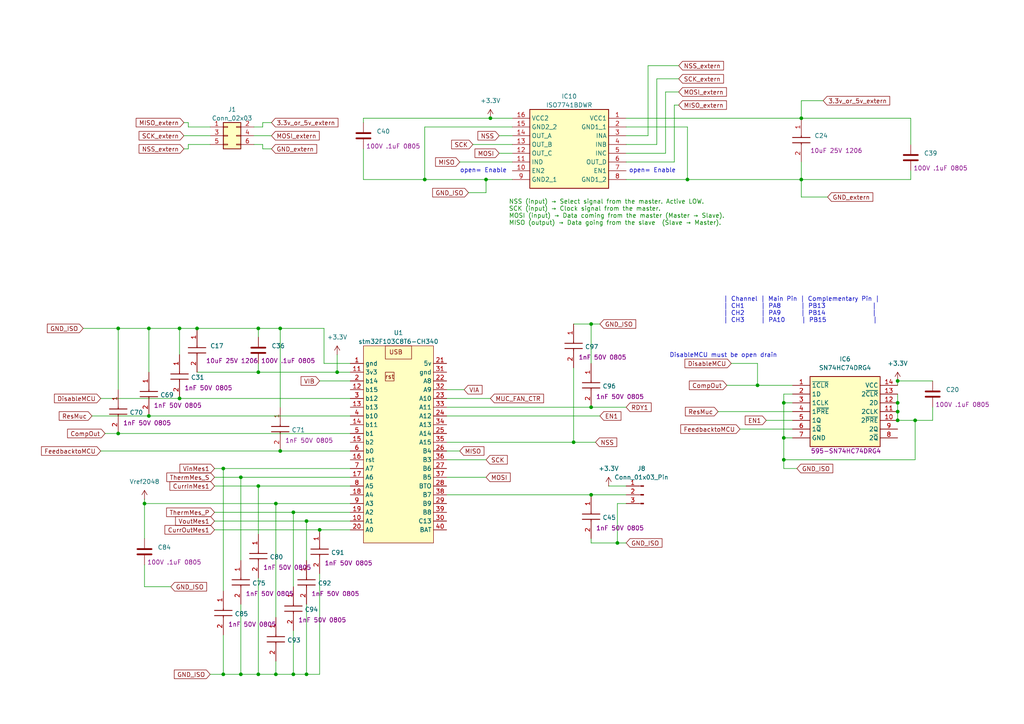
<source format=kicad_sch>
(kicad_sch (version 20250114) (generator "eeschema") (generator_version "9.0")
  (paper "A4")
  (lib_symbols
    (symbol "C0805C102J5GACTU:C0805C102J5GACTU" (pin_names (hide yes))
      (property "Reference" "C" (at 8.89 6.35 0))
      (property "Value" "C0805C102J5GACTU" (at 8.89 3.81 0))
      (symbol "C0805C102J5GACTU_1_1"
        (polyline (pts (xy 5.08 0) (xy 5.588 0)) (stroke (width 0.254)))
        (polyline (pts (xy 5.588 2.54) (xy 5.588 -2.54)) (stroke (width 0.254)))
        (polyline (pts (xy 7.112 2.54) (xy 7.112 -2.54)) (stroke (width 0.254)))
        (polyline (pts (xy 7.112 0) (xy 7.62 0)) (stroke (width 0.254)))
        (pin passive line (at 0 0 0) (length 5.08) (name "1") (number "1"))
        (pin passive line (at 12.7 0 180) (length 5.08) (name "2") (number "2"))
      )
    )
    (symbol "Connector:Conn_01x03_Pin" (pin_names (offset 1.016) (hide yes))
      (property "Reference" "J" (at 0 5.08 0))
      (property "Value" "Conn_01x03_Pin" (at 0 -5.08 0))
      (symbol "Conn_01x03_Pin_1_1"
        (rectangle (start 0.8636 2.667) (end 0 2.413) (stroke (width 0.1524)) (fill (type outline)))
        (rectangle (start 0.8636 0.127) (end 0 -0.127) (stroke (width 0.1524)) (fill (type outline)))
        (rectangle (start 0.8636 -2.413) (end 0 -2.667) (stroke (width 0.1524)) (fill (type outline)))
        (polyline (pts (xy 1.27 2.54) (xy 0.8636 2.54)) (stroke (width 0.1524)))
        (polyline (pts (xy 1.27 0) (xy 0.8636 0)) (stroke (width 0.1524)))
        (polyline (pts (xy 1.27 -2.54) (xy 0.8636 -2.54)) (stroke (width 0.1524)))
        (pin passive line (at 5.08 2.54 180) (length 3.81) (name "Pin_1") (number "1"))
        (pin passive line (at 5.08 0 180) (length 3.81) (name "Pin_2") (number "2"))
        (pin passive line (at 5.08 -2.54 180) (length 3.81) (name "Pin_3") (number "3"))
      )
    )
    (symbol "Connector_Generic:Conn_02x03_Odd_Even" (pin_names (offset 1.016) (hide yes))
      (property "Reference" "J" (at 1.27 5.08 0))
      (property "Value" "Conn_02x03_Odd_Even" (at 1.27 -5.08 0))
      (symbol "Conn_02x03_Odd_Even_1_1"
        (rectangle (start -1.27 3.81) (end 3.81 -3.81) (stroke (width 0.254)) (fill (type background)))
        (rectangle (start -1.27 2.667) (end 0 2.413) (stroke (width 0.1524)))
        (rectangle (start -1.27 0.127) (end 0 -0.127) (stroke (width 0.1524)))
        (rectangle (start -1.27 -2.413) (end 0 -2.667) (stroke (width 0.1524)))
        (rectangle (start 3.81 2.667) (end 2.54 2.413) (stroke (width 0.1524)))
        (rectangle (start 3.81 0.127) (end 2.54 -0.127) (stroke (width 0.1524)))
        (rectangle (start 3.81 -2.413) (end 2.54 -2.667) (stroke (width 0.1524)))
        (pin passive line (at -5.08 2.54 0) (length 3.81) (name "Pin_1") (number "1"))
        (pin passive line (at -5.08 0 0) (length 3.81) (name "Pin_3") (number "3"))
        (pin passive line (at -5.08 -2.54 0) (length 3.81) (name "Pin_5") (number "5"))
        (pin passive line (at 7.62 2.54 180) (length 3.81) (name "Pin_2") (number "2"))
        (pin passive line (at 7.62 0 180) (length 3.81) (name "Pin_4") (number "4"))
        (pin passive line (at 7.62 -2.54 180) (length 3.81) (name "Pin_6") (number "6"))
      )
    )
    (symbol "Device:C" (pin_numbers (hide yes)) (pin_names (offset 0.254))
      (property "Reference" "C" (at 0.635 2.54 0))
      (property "Value" "C" (at 0.635 -2.54 0))
      (symbol "C_0_1"
        (polyline (pts (xy -2.032 0.762) (xy 2.032 0.762)) (stroke (width 0.508)))
        (polyline (pts (xy -2.032 -0.762) (xy 2.032 -0.762)) (stroke (width 0.508)))
      )
      (symbol "C_1_1"
        (pin passive line (at 0 3.81 270) (length 2.794) (name "~") (number "1"))
        (pin passive line (at 0 -3.81 90) (length 2.794) (name "~") (number "2"))
      )
    )
    (symbol "GRM31CR71E106KA12K:GRM31CR71E106KA12K" (pin_names (hide yes))
      (property "Reference" "C" (at 8.89 6.35 0))
      (property "Value" "GRM31CR71E106KA12K" (at 8.89 3.81 0))
      (symbol "GRM31CR71E106KA12K_1_1"
        (polyline (pts (xy 5.08 0) (xy 5.588 0)) (stroke (width 0.254)))
        (polyline (pts (xy 5.588 2.54) (xy 5.588 -2.54)) (stroke (width 0.254)))
        (polyline (pts (xy 7.112 2.54) (xy 7.112 -2.54)) (stroke (width 0.254)))
        (polyline (pts (xy 7.112 0) (xy 7.62 0)) (stroke (width 0.254)))
        (pin passive line (at 0 0 0) (length 5.08) (name "1") (number "1"))
        (pin passive line (at 12.7 0 180) (length 5.08) (name "2") (number "2"))
      )
    )
    (symbol "ISO7741BDWR:ISO7741BDWR"
      (property "Reference" "IC" (at 29.21 7.62 0))
      (property "Value" "ISO7741BDWR" (at 29.21 5.08 0))
      (symbol "ISO7741BDWR_1_1"
        (rectangle (start 5.08 2.54) (end 27.94 -20.32) (stroke (width 0.254)) (fill (type background)))
        (pin passive line (at 0 0 0) (length 5.08) (name "VCC1") (number "1"))
        (pin passive line (at 0 -2.54 0) (length 5.08) (name "GND1_1") (number "2"))
        (pin passive line (at 0 -5.08 0) (length 5.08) (name "INA") (number "3"))
        (pin passive line (at 0 -7.62 0) (length 5.08) (name "INB") (number "4"))
        (pin passive line (at 0 -10.16 0) (length 5.08) (name "INC") (number "5"))
        (pin passive line (at 0 -12.7 0) (length 5.08) (name "OUT_D") (number "6"))
        (pin passive line (at 0 -15.24 0) (length 5.08) (name "EN1") (number "7"))
        (pin passive line (at 0 -17.78 0) (length 5.08) (name "GND1_2") (number "8"))
        (pin passive line (at 33.02 0 180) (length 5.08) (name "VCC2") (number "16"))
        (pin passive line (at 33.02 -2.54 180) (length 5.08) (name "GND2_2") (number "15"))
        (pin passive line (at 33.02 -5.08 180) (length 5.08) (name "OUT_A") (number "14"))
        (pin passive line (at 33.02 -7.62 180) (length 5.08) (name "OUT_B") (number "13"))
        (pin passive line (at 33.02 -10.16 180) (length 5.08) (name "OUT_C") (number "12"))
        (pin passive line (at 33.02 -12.7 180) (length 5.08) (name "IND") (number "11"))
        (pin passive line (at 33.02 -15.24 180) (length 5.08) (name "EN2") (number "10"))
        (pin passive line (at 33.02 -17.78 180) (length 5.08) (name "GND2_1") (number "9"))
      )
    )
    (symbol "New_Library:SMT32F1-MINI"
      (property "Reference" "U" (at 0 0 0))
      (symbol "SMT32F1-MINI_1_1"
        (rectangle (start -10.16 -3.81) (end 10.16 -60.96) (fill (type background)))
        (rectangle (start -3.81 -3.81) (end 3.81 -7.62))
        (rectangle (start -3.81 -11.43) (end -1.27 -13.97))
        (text "rst\n" (at -2.54 -12.7 0) (effects (font (size 1.27 1.27))))
        (text "USB\n" (at -0.762 -5.588 0) (effects (font (size 1.27 1.27))))
        (pin input line (at -13.97 -8.89 0) (length 3.81) (name "gnd") (number "1"))
        (pin input line (at -13.97 -11.43 0) (length 3.81) (name "3v3") (number "11"))
        (pin input line (at -13.97 -13.97 0) (length 3.81) (name "b14") (number "2"))
        (pin input line (at -13.97 -16.51 0) (length 3.81) (name "b15") (number "12"))
        (pin input line (at -13.97 -19.05 0) (length 3.81) (name "b12") (number "3"))
        (pin input line (at -13.97 -21.59 0) (length 3.81) (name "b13") (number "13"))
        (pin input line (at -13.97 -24.13 0) (length 3.81) (name "b10") (number "4"))
        (pin input line (at -13.97 -26.67 0) (length 3.81) (name "b11") (number "14"))
        (pin input line (at -13.97 -29.21 0) (length 3.81) (name "b1") (number "5"))
        (pin input line (at -13.97 -31.75 0) (length 3.81) (name "b2") (number "15"))
        (pin input line (at -13.97 -34.29 0) (length 3.81) (name "b0") (number "6"))
        (pin input line (at -13.97 -36.83 0) (length 3.81) (name "rst") (number "16"))
        (pin input line (at -13.97 -39.37 0) (length 3.81) (name "A7") (number "7"))
        (pin input line (at -13.97 -41.91 0) (length 3.81) (name "A6") (number "17"))
        (pin input line (at -13.97 -44.45 0) (length 3.81) (name "A5") (number "8"))
        (pin input line (at -13.97 -46.99 0) (length 3.81) (name "A4") (number "18"))
        (pin input line (at -13.97 -49.53 0) (length 3.81) (name "A3") (number "9"))
        (pin input line (at -13.97 -52.07 0) (length 3.81) (name "A2") (number "19"))
        (pin input line (at -13.97 -54.61 0) (length 3.81) (name "A1") (number "10"))
        (pin input line (at -13.97 -57.15 0) (length 3.81) (name "A0") (number "20"))
        (pin input line (at 13.97 -8.89 180) (length 3.81) (name "5v") (number "21"))
        (pin input line (at 13.97 -11.43 180) (length 3.81) (name "gnd") (number "31"))
        (pin input line (at 13.97 -13.97 180) (length 3.81) (name "A8") (number "22"))
        (pin input line (at 13.97 -16.51 180) (length 3.81) (name "A9") (number "32"))
        (pin input line (at 13.97 -19.05 180) (length 3.81) (name "A10") (number "23"))
        (pin input line (at 13.97 -21.59 180) (length 3.81) (name "A11") (number "33"))
        (pin input line (at 13.97 -24.13 180) (length 3.81) (name "A12") (number "24"))
        (pin input line (at 13.97 -26.67 180) (length 3.81) (name "A13") (number "34"))
        (pin input line (at 13.97 -29.21 180) (length 3.81) (name "A14") (number "25"))
        (pin input line (at 13.97 -31.75 180) (length 3.81) (name "A15") (number "35"))
        (pin input line (at 13.97 -34.29 180) (length 3.81) (name "B4") (number "26"))
        (pin input line (at 13.97 -36.83 180) (length 3.81) (name "B3") (number "36"))
        (pin input line (at 13.97 -39.37 180) (length 3.81) (name "B6") (number "27"))
        (pin input line (at 13.97 -41.91 180) (length 3.81) (name "B5") (number "37"))
        (pin input line (at 13.97 -44.45 180) (length 3.81) (name "BTO") (number "28"))
        (pin input line (at 13.97 -46.99 180) (length 3.81) (name "B7") (number "38"))
        (pin input line (at 13.97 -49.53 180) (length 3.81) (name "B9") (number "29"))
        (pin input line (at 13.97 -52.07 180) (length 3.81) (name "B8") (number "39"))
        (pin input line (at 13.97 -54.61 180) (length 3.81) (name "C13") (number "30"))
        (pin input line (at 13.97 -57.15 180) (length 3.81) (name "BAT") (number "40"))
      )
    )
    (symbol "SN74HC74DRG4:SN74HC74DRG4"
      (property "Reference" "IC" (at 26.67 7.62 0))
      (property "Value" "SN74HC74DRG4" (at 26.67 5.08 0))
      (symbol "SN74HC74DRG4_1_1"
        (rectangle (start 5.08 2.54) (end 25.4 -17.78) (stroke (width 0.254)) (fill (type background)))
        (pin passive line (at 0 0 0) (length 5.08) (name "~{1CLR}") (number "1"))
        (pin passive line (at 0 -2.54 0) (length 5.08) (name "1D") (number "2"))
        (pin passive line (at 0 -5.08 0) (length 5.08) (name "1CLK") (number "3"))
        (pin passive line (at 0 -7.62 0) (length 5.08) (name "1~{PRE}") (number "4"))
        (pin passive line (at 0 -10.16 0) (length 5.08) (name "1Q") (number "5"))
        (pin passive line (at 0 -12.7 0) (length 5.08) (name "1~{Q}") (number "6"))
        (pin passive line (at 0 -15.24 0) (length 5.08) (name "GND") (number "7"))
        (pin passive line (at 30.48 0 180) (length 5.08) (name "VCC") (number "14"))
        (pin passive line (at 30.48 -2.54 180) (length 5.08) (name "2~{CLR}") (number "13"))
        (pin passive line (at 30.48 -5.08 180) (length 5.08) (name "2D") (number "12"))
        (pin passive line (at 30.48 -7.62 180) (length 5.08) (name "2CLK") (number "11"))
        (pin passive line (at 30.48 -10.16 180) (length 5.08) (name "2~{PRE}") (number "10"))
        (pin passive line (at 30.48 -12.7 180) (length 5.08) (name "2Q") (number "9"))
        (pin passive line (at 30.48 -15.24 180) (length 5.08) (name "2~{Q}") (number "8"))
      )
    )
    (symbol "power:+3V0" (power) (pin_numbers (hide yes)) (pin_names (offset 0) (hide yes))
      (property "Value" "+3V0" (at 0 3.556 0))
      (symbol "+3V0_0_1"
        (polyline (pts (xy -0.762 1.27) (xy 0 2.54)))
        (polyline (pts (xy 0 2.54) (xy 0.762 1.27)))
        (polyline (pts (xy 0 0) (xy 0 2.54)))
      )
      (symbol "+3V0_1_1"
        (pin power_in line (at 0 0 90) (length 0) (name "~") (number "1"))
      )
    )
    (symbol "power:+5V" (power) (pin_numbers (hide yes)) (pin_names (offset 0) (hide yes))
      (property "Value" "+5V" (at 0 3.556 0))
      (symbol "+5V_0_1"
        (polyline (pts (xy -0.762 1.27) (xy 0 2.54)))
        (polyline (pts (xy 0 2.54) (xy 0.762 1.27)))
        (polyline (pts (xy 0 0) (xy 0 2.54)))
      )
      (symbol "+5V_1_1"
        (pin power_in line (at 0 0 90) (length 0) (name "~") (number "1"))
      )
    )
  )
  (text "DisableMCU must be open drain\n" (at 209.804 103.124 0) (effects (font (size 1.27 1.27))))
  (text "| Channel | Main Pin | Complementary Pin |\n| CH1     | PA8      | PB13              |\n| CH2     | PA9      | PB14              |\n| CH3     | PA10     | PB15              |" (at 209.804 89.916 0) (effects (font (size 1.27 1.27)) (justify left)))
  (text "open= Enable\n" (at 189.23 49.53 0) (effects (font (size 1.27 1.27))))
  (text "open= Enable\n" (at 140.208 49.53 0) (effects (font (size 1.27 1.27))))
  (text "NSS (input) → Select signal from the master. Active LOW. \nSCK (input) → Clock signal from the master. \nMOSI (input) → Data coming from the master (Master → Slave).\nMISO (output) → Data going from the slave  (Slave → Master)." (at 147.574 61.722 0) (effects (font (size 1.27 1.27)) (justify left)))
  (junction (at 227.33 127))
  (junction (at 74.93 95.25))
  (junction (at 227.33 116.84))
  (junction (at 34.29 125.73))
  (junction (at 52.07 115.57))
  (junction (at 92.71 153.67))
  (junction (at 41.91 146.05))
  (junction (at 171.45 118.11))
  (junction (at 142.24 34.29))
  (junction (at 85.09 195.58))
  (junction (at 140.97 52.07))
  (junction (at 265.43 121.92))
  (junction (at 81.28 130.81))
  (junction (at 74.93 107.95))
  (junction (at 88.9 195.58))
  (junction (at 232.41 52.07))
  (junction (at 74.93 195.58))
  (junction (at 85.09 148.59))
  (junction (at 219.71 111.76))
  (junction (at 34.29 95.25))
  (junction (at 64.77 195.58))
  (junction (at 88.9 151.13))
  (junction (at 81.28 95.25))
  (junction (at 123.19 52.07))
  (junction (at 43.18 95.25))
  (junction (at 260.35 119.38))
  (junction (at 260.35 110.49))
  (junction (at 69.85 138.43))
  (junction (at 166.37 128.27))
  (junction (at 171.45 143.51))
  (junction (at 80.01 195.58))
  (junction (at 74.93 140.97))
  (junction (at 97.79 107.95))
  (junction (at 52.07 95.25))
  (junction (at 43.18 120.65))
  (junction (at 260.35 121.92))
  (junction (at 260.35 116.84))
  (junction (at 57.15 95.25))
  (junction (at 199.39 52.07))
  (junction (at 64.77 135.89))
  (junction (at 171.45 93.98))
  (junction (at 232.41 34.29))
  (junction (at 227.33 133.35))
  (junction (at 69.85 195.58))
  (junction (at 80.01 146.05))
  (junction (at 179.07 157.48))
  (wire (pts (xy 54.61 43.18) (xy 54.61 41.91)))
  (wire (pts (xy 260.35 116.84) (xy 260.35 119.38)))
  (wire (pts (xy 187.96 19.05) (xy 187.96 39.37)))
  (wire (pts (xy 129.54 118.11) (xy 171.45 118.11)))
  (wire (pts (xy 53.34 35.56) (xy 54.61 35.56)))
  (wire (pts (xy 24.13 95.25) (xy 34.29 95.25)))
  (wire (pts (xy 129.54 133.35) (xy 140.97 133.35)))
  (wire (pts (xy 173.99 93.98) (xy 171.45 93.98)))
  (wire (pts (xy 140.97 52.07) (xy 148.59 52.07)))
  (wire (pts (xy 227.33 133.35) (xy 265.43 133.35)))
  (wire (pts (xy 171.45 156.21) (xy 171.45 157.48)))
  (wire (pts (xy 92.71 153.67) (xy 101.6 153.67)))
  (wire (pts (xy 74.93 195.58) (xy 80.01 195.58)))
  (wire (pts (xy 232.41 34.29) (xy 181.61 34.29)))
  (wire (pts (xy 171.45 143.51) (xy 181.61 143.51)))
  (wire (pts (xy 52.07 95.25) (xy 57.15 95.25)))
  (wire (pts (xy 53.34 39.37) (xy 60.96 39.37)))
  (wire (pts (xy 232.41 52.07) (xy 199.39 52.07)))
  (wire (pts (xy 57.15 107.95) (xy 74.93 107.95)))
  (wire (pts (xy 97.79 107.95) (xy 101.6 107.95)))
  (wire (pts (xy 264.16 34.29) (xy 264.16 41.91)))
  (wire (pts (xy 196.85 26.67) (xy 193.04 26.67)))
  (wire (pts (xy 60.96 195.58) (xy 64.77 195.58)))
  (wire (pts (xy 64.77 195.58) (xy 69.85 195.58)))
  (wire (pts (xy 41.91 170.18) (xy 41.91 163.83)))
  (wire (pts (xy 129.54 128.27) (xy 166.37 128.27)))
  (wire (pts (xy 74.93 95.25) (xy 81.28 95.25)))
  (wire (pts (xy 260.35 110.49) (xy 270.51 110.49)))
  (wire (pts (xy 187.96 39.37) (xy 181.61 39.37)))
  (wire (pts (xy 93.98 105.41) (xy 101.6 105.41)))
  (wire (pts (xy 93.98 105.41) (xy 93.98 95.25)))
  (wire (pts (xy 69.85 195.58) (xy 74.93 195.58)))
  (wire (pts (xy 129.54 138.43) (xy 140.97 138.43)))
  (wire (pts (xy 54.61 35.56) (xy 54.61 36.83)))
  (wire (pts (xy 88.9 195.58) (xy 92.71 195.58)))
  (wire (pts (xy 196.85 22.86) (xy 190.5 22.86)))
  (wire (pts (xy 92.71 166.37) (xy 92.71 195.58)))
  (wire (pts (xy 196.85 30.48) (xy 195.58 30.48)))
  (wire (pts (xy 179.07 157.48) (xy 181.61 157.48)))
  (wire (pts (xy 264.16 49.53) (xy 264.16 52.07)))
  (wire (pts (xy 227.33 135.89) (xy 227.33 133.35)))
  (wire (pts (xy 227.33 114.3) (xy 229.87 114.3)))
  (wire (pts (xy 171.45 118.11) (xy 181.61 118.11)))
  (wire (pts (xy 105.41 34.29) (xy 105.41 35.56)))
  (wire (pts (xy 64.77 135.89) (xy 64.77 171.45)))
  (wire (pts (xy 199.39 52.07) (xy 181.61 52.07)))
  (wire (pts (xy 52.07 115.57) (xy 101.6 115.57)))
  (wire (pts (xy 88.9 175.26) (xy 88.9 195.58)))
  (wire (pts (xy 148.59 34.29) (xy 142.24 34.29)))
  (wire (pts (xy 78.74 43.18) (xy 76.2 43.18)))
  (wire (pts (xy 227.33 116.84) (xy 229.87 116.84)))
  (wire (pts (xy 227.33 133.35) (xy 227.33 127)))
  (wire (pts (xy 34.29 125.73) (xy 101.6 125.73)))
  (wire (pts (xy 57.15 95.25) (xy 74.93 95.25)))
  (wire (pts (xy 34.29 95.25) (xy 43.18 95.25)))
  (wire (pts (xy 80.01 195.58) (xy 85.09 195.58)))
  (wire (pts (xy 30.48 125.73) (xy 34.29 125.73)))
  (wire (pts (xy 260.35 110.49) (xy 260.35 111.76)))
  (wire (pts (xy 62.23 140.97) (xy 74.93 140.97)))
  (wire (pts (xy 64.77 135.89) (xy 101.6 135.89)))
  (wire (pts (xy 43.18 120.65) (xy 101.6 120.65)))
  (wire (pts (xy 270.51 118.11) (xy 270.51 121.92)))
  (wire (pts (xy 148.59 39.37) (xy 144.78 39.37)))
  (wire (pts (xy 74.93 140.97) (xy 101.6 140.97)))
  (wire (pts (xy 265.43 121.92) (xy 265.43 133.35)))
  (wire (pts (xy 52.07 95.25) (xy 52.07 102.87)))
  (wire (pts (xy 43.18 95.25) (xy 52.07 95.25)))
  (wire (pts (xy 231.14 135.89) (xy 227.33 135.89)))
  (wire (pts (xy 171.45 93.98) (xy 171.45 105.41)))
  (wire (pts (xy 219.71 111.76) (xy 229.87 111.76)))
  (wire (pts (xy 74.93 107.95) (xy 74.93 105.41)))
  (wire (pts (xy 264.16 52.07) (xy 232.41 52.07)))
  (wire (pts (xy 148.59 36.83) (xy 123.19 36.83)))
  (wire (pts (xy 232.41 46.99) (xy 232.41 52.07)))
  (wire (pts (xy 129.54 130.81) (xy 133.35 130.81)))
  (wire (pts (xy 53.34 43.18) (xy 54.61 43.18)))
  (wire (pts (xy 64.77 195.58) (xy 64.77 184.15)))
  (wire (pts (xy 238.76 29.21) (xy 232.41 29.21)))
  (wire (pts (xy 190.5 22.86) (xy 190.5 41.91)))
  (wire (pts (xy 210.82 111.76) (xy 219.71 111.76)))
  (wire (pts (xy 270.51 121.92) (xy 265.43 121.92)))
  (wire (pts (xy 29.21 130.81) (xy 81.28 130.81)))
  (wire (pts (xy 85.09 148.59) (xy 101.6 148.59)))
  (wire (pts (xy 74.93 167.64) (xy 74.93 195.58)))
  (wire (pts (xy 229.87 119.38) (xy 208.28 119.38)))
  (wire (pts (xy 123.19 52.07) (xy 140.97 52.07)))
  (wire (pts (xy 232.41 57.15) (xy 240.03 57.15)))
  (wire (pts (xy 148.59 44.45) (xy 144.78 44.45)))
  (wire (pts (xy 41.91 146.05) (xy 41.91 144.78)))
  (wire (pts (xy 105.41 52.07) (xy 123.19 52.07)))
  (wire (pts (xy 129.54 143.51) (xy 171.45 143.51)))
  (wire (pts (xy 219.71 105.41) (xy 219.71 111.76)))
  (wire (pts (xy 166.37 128.27) (xy 172.72 128.27)))
  (wire (pts (xy 171.45 157.48) (xy 179.07 157.48)))
  (wire (pts (xy 78.74 35.56) (xy 76.2 35.56)))
  (wire (pts (xy 135.89 55.88) (xy 140.97 55.88)))
  (wire (pts (xy 69.85 138.43) (xy 69.85 162.56)))
  (wire (pts (xy 85.09 148.59) (xy 85.09 170.18)))
  (wire (pts (xy 212.09 105.41) (xy 219.71 105.41)))
  (wire (pts (xy 260.35 119.38) (xy 260.35 121.92)))
  (wire (pts (xy 74.93 140.97) (xy 74.93 154.94)))
  (wire (pts (xy 166.37 106.68) (xy 166.37 128.27)))
  (wire (pts (xy 73.66 36.83) (xy 76.2 36.83)))
  (wire (pts (xy 260.35 121.92) (xy 265.43 121.92)))
  (wire (pts (xy 74.93 107.95) (xy 97.79 107.95)))
  (wire (pts (xy 81.28 95.25) (xy 81.28 118.11)))
  (wire (pts (xy 227.33 127) (xy 227.33 116.84)))
  (wire (pts (xy 62.23 135.89) (xy 64.77 135.89)))
  (wire (pts (xy 181.61 36.83) (xy 199.39 36.83)))
  (wire (pts (xy 181.61 146.05) (xy 179.07 146.05)))
  (wire (pts (xy 148.59 46.99) (xy 133.35 46.99)))
  (wire (pts (xy 43.18 95.25) (xy 43.18 107.95)))
  (wire (pts (xy 62.23 153.67) (xy 92.71 153.67)))
  (wire (pts (xy 80.01 146.05) (xy 101.6 146.05)))
  (wire (pts (xy 62.23 148.59) (xy 85.09 148.59)))
  (wire (pts (xy 41.91 146.05) (xy 41.91 156.21)))
  (wire (pts (xy 81.28 130.81) (xy 101.6 130.81)))
  (wire (pts (xy 232.41 52.07) (xy 232.41 57.15)))
  (wire (pts (xy 62.23 138.43) (xy 69.85 138.43)))
  (wire (pts (xy 41.91 146.05) (xy 80.01 146.05)))
  (wire (pts (xy 214.63 124.46) (xy 229.87 124.46)))
  (wire (pts (xy 49.53 170.18) (xy 41.91 170.18)))
  (wire (pts (xy 129.54 120.65) (xy 173.99 120.65)))
  (wire (pts (xy 193.04 26.67) (xy 193.04 44.45)))
  (wire (pts (xy 80.01 146.05) (xy 80.01 179.07)))
  (wire (pts (xy 97.79 102.87) (xy 97.79 107.95)))
  (wire (pts (xy 142.24 34.29) (xy 105.41 34.29)))
  (wire (pts (xy 62.23 151.13) (xy 88.9 151.13)))
  (wire (pts (xy 81.28 95.25) (xy 93.98 95.25)))
  (wire (pts (xy 199.39 36.83) (xy 199.39 52.07)))
  (wire (pts (xy 227.33 116.84) (xy 227.33 114.3)))
  (wire (pts (xy 179.07 146.05) (xy 179.07 157.48)))
  (wire (pts (xy 232.41 29.21) (xy 232.41 34.29)))
  (wire (pts (xy 85.09 195.58) (xy 88.9 195.58)))
  (wire (pts (xy 69.85 175.26) (xy 69.85 195.58)))
  (wire (pts (xy 195.58 46.99) (xy 181.61 46.99)))
  (wire (pts (xy 129.54 115.57) (xy 142.24 115.57)))
  (wire (pts (xy 74.93 95.25) (xy 74.93 97.79)))
  (wire (pts (xy 229.87 127) (xy 227.33 127)))
  (wire (pts (xy 260.35 114.3) (xy 260.35 116.84)))
  (wire (pts (xy 190.5 41.91) (xy 181.61 41.91)))
  (wire (pts (xy 105.41 43.18) (xy 105.41 52.07)))
  (wire (pts (xy 123.19 36.83) (xy 123.19 52.07)))
  (wire (pts (xy 80.01 191.77) (xy 80.01 195.58)))
  (wire (pts (xy 73.66 41.91) (xy 76.2 41.91)))
  (wire (pts (xy 193.04 44.45) (xy 181.61 44.45)))
  (wire (pts (xy 88.9 151.13) (xy 88.9 162.56)))
  (wire (pts (xy 54.61 41.91) (xy 60.96 41.91)))
  (wire (pts (xy 69.85 138.43) (xy 101.6 138.43)))
  (wire (pts (xy 196.85 19.05) (xy 187.96 19.05)))
  (wire (pts (xy 129.54 113.03) (xy 134.62 113.03)))
  (wire (pts (xy 26.67 120.65) (xy 43.18 120.65)))
  (wire (pts (xy 264.16 34.29) (xy 232.41 34.29)))
  (wire (pts (xy 148.59 41.91) (xy 137.16 41.91)))
  (wire (pts (xy 76.2 35.56) (xy 76.2 36.83)))
  (wire (pts (xy 222.25 121.92) (xy 229.87 121.92)))
  (wire (pts (xy 92.71 110.49) (xy 101.6 110.49)))
  (wire (pts (xy 166.37 93.98) (xy 171.45 93.98)))
  (wire (pts (xy 140.97 55.88) (xy 140.97 52.07)))
  (wire (pts (xy 88.9 151.13) (xy 101.6 151.13)))
  (wire (pts (xy 85.09 182.88) (xy 85.09 195.58)))
  (wire (pts (xy 73.66 39.37) (xy 78.74 39.37)))
  (wire (pts (xy 76.2 43.18) (xy 76.2 41.91)))
  (wire (pts (xy 54.61 36.83) (xy 60.96 36.83)))
  (wire (pts (xy 34.29 95.25) (xy 34.29 113.03)))
  (wire (pts (xy 195.58 30.48) (xy 195.58 46.99)))
  (wire (pts (xy 176.53 140.97) (xy 181.61 140.97)))
  (wire (pts (xy 29.21 115.57) (xy 52.07 115.57)))
  (global_label "MOSI_extern" (shape input) (at 78.74 39.37 0) (property "Intersheetrefs" "${INTERSHEET_REFS}" (effects (hide yes))))
  (global_label "EN1" (shape input) (at 222.25 121.92 180) (property "Intersheetrefs" "${INTERSHEET_REFS}" (effects (hide yes))))
  (global_label "GND_ISO" (shape input) (at 181.61 157.48 0) (property "Intersheetrefs" "${INTERSHEET_REFS}" (effects (hide yes))))
  (global_label "GND_ISO" (shape input) (at 49.53 170.18 0) (property "Intersheetrefs" "${INTERSHEET_REFS}" (effects (hide yes))))
  (global_label "MOSI" (shape input) (at 140.97 138.43 0) (property "Intersheetrefs" "${INTERSHEET_REFS}" (effects (hide yes))))
  (global_label "GND_extern" (shape input) (at 78.74 43.18 0) (property "Intersheetrefs" "${INTERSHEET_REFS}" (effects (hide yes))))
  (global_label "ResMuc" (shape input) (at 208.28 119.38 180) (property "Intersheetrefs" "${INTERSHEET_REFS}" (effects (hide yes))))
  (global_label "VinMes1" (shape input) (at 62.23 135.89 180) (property "Intersheetrefs" "${INTERSHEET_REFS}" (effects (hide yes))))
  (global_label "GND_ISO" (shape input) (at 173.99 93.98 0) (property "Intersheetrefs" "${INTERSHEET_REFS}" (effects (hide yes))))
  (global_label "CurrInMes1" (shape input) (at 62.23 140.97 180) (property "Intersheetrefs" "${INTERSHEET_REFS}" (effects (hide yes))))
  (global_label "SCK" (shape input) (at 140.97 133.35 0) (property "Intersheetrefs" "${INTERSHEET_REFS}" (effects (hide yes))))
  (global_label "SCK_extern" (shape input) (at 196.85 22.86 0) (property "Intersheetrefs" "${INTERSHEET_REFS}" (effects (hide yes))))
  (global_label "RDY1" (shape input) (at 181.61 118.11 0) (property "Intersheetrefs" "${INTERSHEET_REFS}" (effects (hide yes))))
  (global_label "SCK" (shape input) (at 137.16 41.91 180) (property "Intersheetrefs" "${INTERSHEET_REFS}" (effects (hide yes))))
  (global_label "NSS_extern" (shape input) (at 53.34 43.18 180) (property "Intersheetrefs" "${INTERSHEET_REFS}" (effects (hide yes))))
  (global_label "FeedbacktoMCU" (shape input) (at 214.63 124.46 180) (property "Intersheetrefs" "${INTERSHEET_REFS}" (effects (hide yes))))
  (global_label "DisableMCU" (shape input) (at 212.09 105.41 180) (property "Intersheetrefs" "${INTERSHEET_REFS}" (effects (hide yes))))
  (global_label "NSS" (shape input) (at 172.72 128.27 0) (property "Intersheetrefs" "${INTERSHEET_REFS}" (effects (hide yes))))
  (global_label "MISO" (shape input) (at 133.35 130.81 0) (property "Intersheetrefs" "${INTERSHEET_REFS}" (effects (hide yes))))
  (global_label "MOSI" (shape input) (at 144.78 44.45 180) (property "Intersheetrefs" "${INTERSHEET_REFS}" (effects (hide yes))))
  (global_label "ResMuc" (shape input) (at 26.67 120.65 180) (property "Intersheetrefs" "${INTERSHEET_REFS}" (effects (hide yes))))
  (global_label "ThermMes_P" (shape input) (at 62.23 148.59 180) (property "Intersheetrefs" "${INTERSHEET_REFS}" (effects (hide yes))))
  (global_label "NSS" (shape input) (at 144.78 39.37 180) (property "Intersheetrefs" "${INTERSHEET_REFS}" (effects (hide yes))))
  (global_label "VIA" (shape input) (at 134.62 113.03 0) (property "Intersheetrefs" "${INTERSHEET_REFS}" (effects (hide yes))))
  (global_label "EN1" (shape input) (at 173.99 120.65 0) (property "Intersheetrefs" "${INTERSHEET_REFS}" (effects (hide yes))))
  (global_label "CompOut" (shape input) (at 30.48 125.73 180) (property "Intersheetrefs" "${INTERSHEET_REFS}" (effects (hide yes))))
  (global_label "GND_ISO" (shape input) (at 60.96 195.58 180) (property "Intersheetrefs" "${INTERSHEET_REFS}" (effects (hide yes))))
  (global_label "3.3v_or_5v_extern" (shape input) (at 78.74 35.56 0) (property "Intersheetrefs" "${INTERSHEET_REFS}" (effects (hide yes))))
  (global_label "GND_ISO" (shape input) (at 24.13 95.25 180) (property "Intersheetrefs" "${INTERSHEET_REFS}" (effects (hide yes))))
  (global_label "MUC_FAN_CTR" (shape input) (at 142.24 115.57 0) (property "Intersheetrefs" "${INTERSHEET_REFS}" (effects (hide yes))))
  (global_label "CurrOutMes1" (shape input) (at 62.23 153.67 180) (property "Intersheetrefs" "${INTERSHEET_REFS}" (effects (hide yes))))
  (global_label "SCK_extern" (shape input) (at 53.34 39.37 180) (property "Intersheetrefs" "${INTERSHEET_REFS}" (effects (hide yes))))
  (global_label "VoutMes1" (shape input) (at 62.23 151.13 180) (property "Intersheetrefs" "${INTERSHEET_REFS}" (effects (hide yes))))
  (global_label "NSS_extern" (shape input) (at 196.85 19.05 0) (property "Intersheetrefs" "${INTERSHEET_REFS}" (effects (hide yes))))
  (global_label "CompOut" (shape input) (at 210.82 111.76 180) (property "Intersheetrefs" "${INTERSHEET_REFS}" (effects (hide yes))))
  (global_label "GND_ISO" (shape input) (at 135.89 55.88 180) (property "Intersheetrefs" "${INTERSHEET_REFS}" (effects (hide yes))))
  (global_label "GND_extern" (shape input) (at 240.03 57.15 0) (property "Intersheetrefs" "${INTERSHEET_REFS}" (effects (hide yes))))
  (global_label "MISO_extern" (shape input) (at 53.34 35.56 180) (property "Intersheetrefs" "${INTERSHEET_REFS}" (effects (hide yes))))
  (global_label "VIB" (shape input) (at 92.71 110.49 180) (property "Intersheetrefs" "${INTERSHEET_REFS}" (effects (hide yes))))
  (global_label "MOSI_extern" (shape input) (at 196.85 26.67 0) (property "Intersheetrefs" "${INTERSHEET_REFS}" (effects (hide yes))))
  (global_label "MISO_extern" (shape input) (at 196.85 30.48 0) (property "Intersheetrefs" "${INTERSHEET_REFS}" (effects (hide yes))))
  (global_label "MISO" (shape input) (at 133.35 46.99 180) (property "Intersheetrefs" "${INTERSHEET_REFS}" (effects (hide yes))))
  (global_label "DisableMCU" (shape input) (at 29.21 115.57 180) (property "Intersheetrefs" "${INTERSHEET_REFS}" (effects (hide yes))))
  (global_label "ThermMes_S" (shape input) (at 62.23 138.43 180) (property "Intersheetrefs" "${INTERSHEET_REFS}" (effects (hide yes))))
  (global_label "FeedbacktoMCU" (shape input) (at 29.21 130.81 180) (property "Intersheetrefs" "${INTERSHEET_REFS}" (effects (hide yes))))
  (global_label "GND_ISO" (shape input) (at 231.14 135.89 0) (property "Intersheetrefs" "${INTERSHEET_REFS}" (effects (hide yes))))
  (global_label "3.3v_or_5v_extern" (shape input) (at 238.76 29.21 0) (property "Intersheetrefs" "${INTERSHEET_REFS}" (effects (hide yes))))
  (symbol (lib_id "C0805C102J5GACTU:C0805C102J5GACTU") (at 166.37 93.98 270) (unit 1)
    (property "Reference" "C97" (at 169.672 100.584 90) (effects (justify left)))
    (property "Value" "C0805C102J5GACTU" (effects (hide yes)))
    (property "Footprint" "C0805C102J5GACTU:C0805" (effects (hide yes)))
    (property "Datasheet" "https://content.kemet.com/datasheets/KEM_C1003_C0G_SMD.pdf" (effects (hide yes)))
    (property "Description" "1nF 50V 0805" (at 174.752 103.632 90))
    (property "Height" "1.1" (effects (hide yes)))
    (property "Mouser Part Number" "80-C0805C102J5G" (effects (hide yes)))
    (property "Mouser Price/Stock" "https://www.mouser.co.uk/ProductDetail/KEMET/C0805C102J5GACTU?qs=yrVqjCObULOWvTzsHVJg1Q%3D%3D" (effects (hide yes)))
    (property "Manufacturer_Name" "KEMET" (effects (hide yes)))
    (property "Manufacturer_Part_Number" "C0805C102J5GACTU" (effects (hide yes)))
  )
  (symbol (lib_id "C0805C102J5GACTU:C0805C102J5GACTU") (at 81.28 118.11 270) (unit 1)
    (property "Reference" "C71" (at 84.582 124.714 90) (effects (justify left)))
    (property "Value" "C0805C102J5GACTU" (effects (hide yes)))
    (property "Footprint" "C0805C102J5GACTU:C0805" (effects (hide yes)))
    (property "Datasheet" "https://content.kemet.com/datasheets/KEM_C1003_C0G_SMD.pdf" (effects (hide yes)))
    (property "Description" "1nF 50V 0805" (at 89.662 127.762 90))
    (property "Height" "1.1" (effects (hide yes)))
    (property "Mouser Part Number" "80-C0805C102J5G" (effects (hide yes)))
    (property "Mouser Price/Stock" "https://www.mouser.co.uk/ProductDetail/KEMET/C0805C102J5GACTU?qs=yrVqjCObULOWvTzsHVJg1Q%3D%3D" (effects (hide yes)))
    (property "Manufacturer_Name" "KEMET" (effects (hide yes)))
    (property "Manufacturer_Part_Number" "C0805C102J5GACTU" (effects (hide yes)))
  )
  (symbol (lib_id "Connector:Conn_01x03_Pin") (at 186.69 143.51 0) (mirror y) (unit 1)
    (property "Reference" "J8" (at 186.055 135.89 0))
    (property "Value" "Conn_01x03_Pin" (at 186.055 138.43 0))
    (property "Description" "Generic connector, single row, 01x03, script generated" (effects (hide yes)))
  )
  (symbol (lib_id "C0805C102J5GACTU:C0805C102J5GACTU") (at 171.45 105.41 270) (unit 1)
    (property "Reference" "C96" (at 174.752 112.014 90) (effects (justify left)))
    (property "Value" "C0805C102J5GACTU" (effects (hide yes)))
    (property "Footprint" "C0805C102J5GACTU:C0805" (effects (hide yes)))
    (property "Datasheet" "https://content.kemet.com/datasheets/KEM_C1003_C0G_SMD.pdf" (effects (hide yes)))
    (property "Description" "1nF 50V 0805" (at 179.832 115.062 90))
    (property "Height" "1.1" (effects (hide yes)))
    (property "Mouser Part Number" "80-C0805C102J5G" (effects (hide yes)))
    (property "Mouser Price/Stock" "https://www.mouser.co.uk/ProductDetail/KEMET/C0805C102J5GACTU?qs=yrVqjCObULOWvTzsHVJg1Q%3D%3D" (effects (hide yes)))
    (property "Manufacturer_Name" "KEMET" (effects (hide yes)))
    (property "Manufacturer_Part_Number" "C0805C102J5GACTU" (effects (hide yes)))
  )
  (symbol (lib_id "GRM31CR71E106KA12K:GRM31CR71E106KA12K") (at 232.41 34.29 270) (unit 1)
    (property "Reference" "C24" (at 236.22 39.3699 90) (effects (justify left)))
    (property "Value" "GRM31CR71E106KA12K" (effects (hide yes)))
    (property "Footprint" "GRM31CR71E106KA12K:GRM31x" (effects (hide yes)))
    (property "Datasheet" "https://search.murata.co.jp/Ceramy/image/img/A01X/G101/ENG/GRM31CR71E106KA12-01CA.pdf" (effects (hide yes)))
    (property "Description" "10uF 25V 1206" (at 242.57 43.688 90))
    (property "Height" "1.25" (effects (hide yes)))
    (property "Mouser Part Number" "81-GRM31CR71E106KA2K" (effects (hide yes)))
    (property "Mouser Price/Stock" "https://www.mouser.co.uk/ProductDetail/Murata-Electronics/GRM31CR71E106KA12K?qs=raY79WRVTyM6xGVExNjdaw%3D%3D" (effects (hide yes)))
    (property "Manufacturer_Name" "Murata Electronics" (effects (hide yes)))
    (property "Manufacturer_Part_Number" "GRM31CR71E106KA12K" (effects (hide yes)))
  )
  (symbol (lib_id "Device:C") (at 41.91 160.02 0) (unit 1)
    (property "Reference" "C84" (at 45.72 158.7499 0) (effects (justify left)))
    (property "Value" "SH21B104K101CT" (effects (hide yes)))
    (property "Footprint" "Capacitor_SMD:C_0805_2012Metric" (effects (hide yes)))
    (property "Datasheet" "https://www.mouser.fr/datasheet/3/317/1/WTC_MLCC_Soft_term_SH.pdf" (effects (hide yes)))
    (property "Description" "100V .1uF 0805" (at 50.546 163.068 0))
    (property "Manufacturer_Name" "Walsin" (effects (hide yes)))
    (property "Manufacturer_Part_Number " "SH21B104K101CT" (effects (hide yes)))
    (property "Mouser Part Number" "791-SH21B104K101CT" (effects (hide yes)))
  )
  (symbol (lib_id "New_Library:SMT32F1-MINI") (at 115.57 96.52 0) (unit 1)
    (property "Reference" "U1" (at 115.57 96.52 0))
    (property "Value" "stm32F103C8T6-CH340" (at 115.57 99.06 0))
    (property "Footprint" "New_Linrary:SMT32F1-MINI" (effects (hide yes)))
    (property "Description" "stm32F103C8T6-CH340 PCB" (effects (hide yes)))
  )
  (symbol (lib_id "power:+3V0") (at 41.91 144.78 0) (unit 1)
    (property "Reference" "#PWR03" (effects (hide yes)))
    (property "Value" "Vref2048" (at 41.91 139.7 0))
    (property "Description" "Power symbol creates a global label with name \"+3V0\"" (effects (hide yes)))
  )
  (symbol (lib_id "power:+5V") (at 260.35 110.49 0) (unit 1)
    (property "Reference" "#PWR06" (effects (hide yes)))
    (property "Value" "+3.3V" (at 260.35 105.41 0))
    (property "Description" "Power symbol creates a global label with name \"+5V\"" (effects (hide yes)))
  )
  (symbol (lib_id "C0805C102J5GACTU:C0805C102J5GACTU") (at 74.93 154.94 270) (unit 1)
    (property "Reference" "C80" (at 78.232 161.544 90) (effects (justify left)))
    (property "Value" "C0805C102J5GACTU" (effects (hide yes)))
    (property "Footprint" "C0805C102J5GACTU:C0805" (effects (hide yes)))
    (property "Datasheet" "https://content.kemet.com/datasheets/KEM_C1003_C0G_SMD.pdf" (effects (hide yes)))
    (property "Description" "1nF 50V 0805" (at 83.312 164.592 90))
    (property "Height" "1.1" (effects (hide yes)))
    (property "Mouser Part Number" "80-C0805C102J5G" (effects (hide yes)))
    (property "Mouser Price/Stock" "https://www.mouser.co.uk/ProductDetail/KEMET/C0805C102J5GACTU?qs=yrVqjCObULOWvTzsHVJg1Q%3D%3D" (effects (hide yes)))
    (property "Manufacturer_Name" "KEMET" (effects (hide yes)))
    (property "Manufacturer_Part_Number" "C0805C102J5GACTU" (effects (hide yes)))
  )
  (symbol (lib_id "C0805C102J5GACTU:C0805C102J5GACTU") (at 52.07 102.87 270) (unit 1)
    (property "Reference" "C31" (at 55.372 109.474 90) (effects (justify left)))
    (property "Value" "C0805C102J5GACTU" (effects (hide yes)))
    (property "Footprint" "C0805C102J5GACTU:C0805" (effects (hide yes)))
    (property "Datasheet" "https://content.kemet.com/datasheets/KEM_C1003_C0G_SMD.pdf" (effects (hide yes)))
    (property "Description" "1nF 50V 0805" (at 60.452 112.522 90))
    (property "Height" "1.1" (effects (hide yes)))
    (property "Mouser Part Number" "80-C0805C102J5G" (effects (hide yes)))
    (property "Mouser Price/Stock" "https://www.mouser.co.uk/ProductDetail/KEMET/C0805C102J5GACTU?qs=yrVqjCObULOWvTzsHVJg1Q%3D%3D" (effects (hide yes)))
    (property "Manufacturer_Name" "KEMET" (effects (hide yes)))
    (property "Manufacturer_Part_Number" "C0805C102J5GACTU" (effects (hide yes)))
  )
  (symbol (lib_id "C0805C102J5GACTU:C0805C102J5GACTU") (at 171.45 143.51 270) (unit 1)
    (property "Reference" "C45" (at 174.752 150.114 90) (effects (justify left)))
    (property "Value" "C0805C102J5GACTU" (effects (hide yes)))
    (property "Footprint" "C0805C102J5GACTU:C0805" (effects (hide yes)))
    (property "Datasheet" "https://content.kemet.com/datasheets/KEM_C1003_C0G_SMD.pdf" (effects (hide yes)))
    (property "Description" "1nF 50V 0805" (at 179.832 153.162 90))
    (property "Height" "1.1" (effects (hide yes)))
    (property "Mouser Part Number" "80-C0805C102J5G" (effects (hide yes)))
    (property "Mouser Price/Stock" "https://www.mouser.co.uk/ProductDetail/KEMET/C0805C102J5GACTU?qs=yrVqjCObULOWvTzsHVJg1Q%3D%3D" (effects (hide yes)))
    (property "Manufacturer_Name" "KEMET" (effects (hide yes)))
    (property "Manufacturer_Part_Number" "C0805C102J5GACTU" (effects (hide yes)))
  )
  (symbol (lib_id "power:+5V") (at 142.24 34.29 0) (mirror y) (unit 1)
    (property "Reference" "#PWR027" (effects (hide yes)))
    (property "Value" "+3.3V" (at 142.24 29.21 0))
    (property "Description" "Power symbol creates a global label with name \"+5V\"" (effects (hide yes)))
  )
  (symbol (lib_id "C0805C102J5GACTU:C0805C102J5GACTU") (at 64.77 171.45 270) (unit 1)
    (property "Reference" "C85" (at 68.072 178.054 90) (effects (justify left)))
    (property "Value" "C0805C102J5GACTU" (effects (hide yes)))
    (property "Footprint" "C0805C102J5GACTU:C0805" (effects (hide yes)))
    (property "Datasheet" "https://content.kemet.com/datasheets/KEM_C1003_C0G_SMD.pdf" (effects (hide yes)))
    (property "Description" "1nF 50V 0805" (at 73.152 181.102 90))
    (property "Height" "1.1" (effects (hide yes)))
    (property "Mouser Part Number" "80-C0805C102J5G" (effects (hide yes)))
    (property "Mouser Price/Stock" "https://www.mouser.co.uk/ProductDetail/KEMET/C0805C102J5GACTU?qs=yrVqjCObULOWvTzsHVJg1Q%3D%3D" (effects (hide yes)))
    (property "Manufacturer_Name" "KEMET" (effects (hide yes)))
    (property "Manufacturer_Part_Number" "C0805C102J5GACTU" (effects (hide yes)))
  )
  (symbol (lib_id "C0805C102J5GACTU:C0805C102J5GACTU") (at 43.18 107.95 270) (unit 1)
    (property "Reference" "C69" (at 46.482 114.554 90) (effects (justify left)))
    (property "Value" "C0805C102J5GACTU" (effects (hide yes)))
    (property "Footprint" "C0805C102J5GACTU:C0805" (effects (hide yes)))
    (property "Datasheet" "https://content.kemet.com/datasheets/KEM_C1003_C0G_SMD.pdf" (effects (hide yes)))
    (property "Description" "1nF 50V 0805" (at 51.562 117.602 90))
    (property "Height" "1.1" (effects (hide yes)))
    (property "Mouser Part Number" "80-C0805C102J5G" (effects (hide yes)))
    (property "Mouser Price/Stock" "https://www.mouser.co.uk/ProductDetail/KEMET/C0805C102J5GACTU?qs=yrVqjCObULOWvTzsHVJg1Q%3D%3D" (effects (hide yes)))
    (property "Manufacturer_Name" "KEMET" (effects (hide yes)))
    (property "Manufacturer_Part_Number" "C0805C102J5GACTU" (effects (hide yes)))
  )
  (symbol (lib_id "SN74HC74DRG4:SN74HC74DRG4") (at 229.87 111.76 0) (unit 1)
    (property "Reference" "IC6" (at 245.11 104.14 0))
    (property "Value" "SN74HC74DRG4" (at 245.11 106.68 0))
    (property "Footprint" "SN74HC74DRG4:SOIC127P600X175-14N" (effects (hide yes)))
    (property "Datasheet" "http://www.ti.com/lit/gpn/SN74HC74" (effects (hide yes)))
    (property "Description" "Dual D-Type Positive-Edge-Triggered Flip-Flops With Clear and Preset" (effects (hide yes)))
    (property "Height" "1.75" (effects (hide yes)))
    (property "Mouser Part Number" "595-SN74HC74DRG4" (effects (hide yes)))
    (property "Mouser Price/Stock" "https://www.mouser.co.uk/ProductDetail/Texas-Instruments/SN74HC74DRG4?qs=AgY10sKTvDJa4hSfohivVQ%3D%3D" (effects (hide yes)))
    (property "Manufacturer_Name" "Texas Instruments" (effects (hide yes)))
    (property "Manufacturer_Part_Number" "SN74HC74DRG4" (effects (hide yes)))
    (property "Field10" "595-SN74HC74DRG4" (at 245.364 130.81 0))
  )
  (symbol (lib_id "Device:C") (at 270.51 114.3 0) (unit 1)
    (property "Reference" "C20" (at 274.32 113.0299 0) (effects (justify left)))
    (property "Value" "SH21B104K101CT" (effects (hide yes)))
    (property "Footprint" "Capacitor_SMD:C_0805_2012Metric" (effects (hide yes)))
    (property "Datasheet" "https://www.mouser.fr/datasheet/3/317/1/WTC_MLCC_Soft_term_SH.pdf" (effects (hide yes)))
    (property "Description" "100V .1uF 0805" (at 279.146 117.348 0))
    (property "Manufacturer_Name" "Walsin" (effects (hide yes)))
    (property "Manufacturer_Part_Number " "SH21B104K101CT" (effects (hide yes)))
    (property "Mouser Part Number" "791-SH21B104K101CT" (effects (hide yes)))
  )
  (symbol (lib_id "Device:C") (at 74.93 101.6 0) (unit 1)
    (property "Reference" "C36" (at 78.74 100.3299 0) (effects (justify left)))
    (property "Value" "SH21B104K101CT" (effects (hide yes)))
    (property "Footprint" "Capacitor_SMD:C_0805_2012Metric" (effects (hide yes)))
    (property "Datasheet" "https://www.mouser.fr/datasheet/3/317/1/WTC_MLCC_Soft_term_SH.pdf" (effects (hide yes)))
    (property "Description" "100V .1uF 0805" (at 83.566 104.648 0))
    (property "Manufacturer_Name" "Walsin" (effects (hide yes)))
    (property "Manufacturer_Part_Number " "SH21B104K101CT" (effects (hide yes)))
    (property "Mouser Part Number" "791-SH21B104K101CT" (effects (hide yes)))
  )
  (symbol (lib_id "C0805C102J5GACTU:C0805C102J5GACTU") (at 80.01 179.07 270) (unit 1)
    (property "Reference" "C93" (at 83.312 185.674 90) (effects (justify left)))
    (property "Value" "C0805C102J5GACTU" (effects (hide yes)))
    (property "Footprint" "C0805C102J5GACTU:C0805" (effects (hide yes)))
    (property "Datasheet" "https://content.kemet.com/datasheets/KEM_C1003_C0G_SMD.pdf" (effects (hide yes)))
    (property "Description" "1nF 50V 0805" (effects (hide yes)))
    (property "Height" "1.1" (effects (hide yes)))
    (property "Mouser Part Number" "80-C0805C102J5G" (effects (hide yes)))
    (property "Mouser Price/Stock" "https://www.mouser.co.uk/ProductDetail/KEMET/C0805C102J5GACTU?qs=yrVqjCObULOWvTzsHVJg1Q%3D%3D" (effects (hide yes)))
    (property "Manufacturer_Name" "KEMET" (effects (hide yes)))
    (property "Manufacturer_Part_Number" "C0805C102J5GACTU" (effects (hide yes)))
  )
  (symbol (lib_id "ISO7741BDWR:ISO7741BDWR") (at 181.61 34.29 0) (mirror y) (unit 1)
    (property "Reference" "IC10" (at 165.1 27.94 0))
    (property "Value" "ISO7741BDWR" (at 165.1 30.48 0))
    (property "Footprint" "ISO7741BDWR:SOIC127P1030X265-16N" (effects (hide yes)))
    (property "Datasheet" "https://www.ti.com/lit/gpn/ISO7741" (effects (hide yes)))
    (property "Description" "Digital Isolators Robust EMC, quad-channel, 3/1, reinforced digital isolator 16-SOIC -55 to 125" (effects (hide yes)))
    (property "Height" "2.65" (effects (hide yes)))
    (property "Mouser Part Number" "595-ISO7741BDWR" (effects (hide yes)))
    (property "Mouser Price/Stock" "https://www.mouser.co.uk/ProductDetail/Texas-Instruments/ISO7741BDWR?qs=OlC7AqGiEDldKlKXjTOIyw%3D%3D" (effects (hide yes)))
    (property "Manufacturer_Name" "Texas Instruments" (effects (hide yes)))
    (property "Manufacturer_Part_Number" "ISO7741BDWR" (effects (hide yes)))
  )
  (symbol (lib_id "C0805C102J5GACTU:C0805C102J5GACTU") (at 34.29 113.03 270) (unit 1)
    (property "Reference" "C70" (at 37.592 119.634 90) (effects (justify left)))
    (property "Value" "C0805C102J5GACTU" (effects (hide yes)))
    (property "Footprint" "C0805C102J5GACTU:C0805" (effects (hide yes)))
    (property "Datasheet" "https://content.kemet.com/datasheets/KEM_C1003_C0G_SMD.pdf" (effects (hide yes)))
    (property "Description" "1nF 50V 0805" (at 42.672 122.682 90))
    (property "Height" "1.1" (effects (hide yes)))
    (property "Mouser Part Number" "80-C0805C102J5G" (effects (hide yes)))
    (property "Mouser Price/Stock" "https://www.mouser.co.uk/ProductDetail/KEMET/C0805C102J5GACTU?qs=yrVqjCObULOWvTzsHVJg1Q%3D%3D" (effects (hide yes)))
    (property "Manufacturer_Name" "KEMET" (effects (hide yes)))
    (property "Manufacturer_Part_Number" "C0805C102J5GACTU" (effects (hide yes)))
  )
  (symbol (lib_id "C0805C102J5GACTU:C0805C102J5GACTU") (at 85.09 170.18 270) (unit 1)
    (property "Reference" "C94" (at 88.392 176.784 90) (effects (justify left)))
    (property "Value" "C0805C102J5GACTU" (effects (hide yes)))
    (property "Footprint" "C0805C102J5GACTU:C0805" (effects (hide yes)))
    (property "Datasheet" "https://content.kemet.com/datasheets/KEM_C1003_C0G_SMD.pdf" (effects (hide yes)))
    (property "Description" "1nF 50V 0805" (at 93.472 179.832 90))
    (property "Height" "1.1" (effects (hide yes)))
    (property "Mouser Part Number" "80-C0805C102J5G" (effects (hide yes)))
    (property "Mouser Price/Stock" "https://www.mouser.co.uk/ProductDetail/KEMET/C0805C102J5GACTU?qs=yrVqjCObULOWvTzsHVJg1Q%3D%3D" (effects (hide yes)))
    (property "Manufacturer_Name" "KEMET" (effects (hide yes)))
    (property "Manufacturer_Part_Number" "C0805C102J5GACTU" (effects (hide yes)))
  )
  (symbol (lib_id "C0805C102J5GACTU:C0805C102J5GACTU") (at 69.85 162.56 270) (unit 1)
    (property "Reference" "C75" (at 73.152 169.164 90) (effects (justify left)))
    (property "Value" "C0805C102J5GACTU" (effects (hide yes)))
    (property "Footprint" "C0805C102J5GACTU:C0805" (effects (hide yes)))
    (property "Datasheet" "https://content.kemet.com/datasheets/KEM_C1003_C0G_SMD.pdf" (effects (hide yes)))
    (property "Description" "1nF 50V 0805" (at 78.232 172.212 90))
    (property "Height" "1.1" (effects (hide yes)))
    (property "Mouser Part Number" "80-C0805C102J5G" (effects (hide yes)))
    (property "Mouser Price/Stock" "https://www.mouser.co.uk/ProductDetail/KEMET/C0805C102J5GACTU?qs=yrVqjCObULOWvTzsHVJg1Q%3D%3D" (effects (hide yes)))
    (property "Manufacturer_Name" "KEMET" (effects (hide yes)))
    (property "Manufacturer_Part_Number" "C0805C102J5GACTU" (effects (hide yes)))
  )
  (symbol (lib_id "power:+5V") (at 176.53 140.97 0) (unit 1)
    (property "Reference" "#PWR035" (effects (hide yes)))
    (property "Value" "+3.3V" (at 176.53 135.89 0))
    (property "Description" "Power symbol creates a global label with name \"+5V\"" (effects (hide yes)))
  )
  (symbol (lib_id "Device:C") (at 105.41 39.37 0) (unit 1)
    (property "Reference" "C40" (at 109.22 38.0999 0) (effects (justify left)))
    (property "Value" "SH21B104K101CT" (effects (hide yes)))
    (property "Footprint" "Capacitor_SMD:C_0805_2012Metric" (effects (hide yes)))
    (property "Datasheet" "https://www.mouser.fr/datasheet/3/317/1/WTC_MLCC_Soft_term_SH.pdf" (effects (hide yes)))
    (property "Description" "100V .1uF 0805" (at 114.046 42.418 0))
    (property "Manufacturer_Name" "Walsin" (effects (hide yes)))
    (property "Manufacturer_Part_Number " "SH21B104K101CT" (effects (hide yes)))
    (property "Mouser Part Number" "791-SH21B104K101CT" (effects (hide yes)))
  )
  (symbol (lib_id "C0805C102J5GACTU:C0805C102J5GACTU") (at 88.9 162.56 270) (unit 1)
    (property "Reference" "C92" (at 92.202 169.164 90) (effects (justify left)))
    (property "Value" "C0805C102J5GACTU" (effects (hide yes)))
    (property "Footprint" "C0805C102J5GACTU:C0805" (effects (hide yes)))
    (property "Datasheet" "https://content.kemet.com/datasheets/KEM_C1003_C0G_SMD.pdf" (effects (hide yes)))
    (property "Description" "1nF 50V 0805" (at 97.282 172.212 90))
    (property "Height" "1.1" (effects (hide yes)))
    (property "Mouser Part Number" "80-C0805C102J5G" (effects (hide yes)))
    (property "Mouser Price/Stock" "https://www.mouser.co.uk/ProductDetail/KEMET/C0805C102J5GACTU?qs=yrVqjCObULOWvTzsHVJg1Q%3D%3D" (effects (hide yes)))
    (property "Manufacturer_Name" "KEMET" (effects (hide yes)))
    (property "Manufacturer_Part_Number" "C0805C102J5GACTU" (effects (hide yes)))
  )
  (symbol (lib_id "power:+5V") (at 97.79 102.87 0) (unit 1)
    (property "Reference" "#PWR017" (effects (hide yes)))
    (property "Value" "+3.3V" (at 97.79 97.79 0))
    (property "Description" "Power symbol creates a global label with name \"+5V\"" (effects (hide yes)))
  )
  (symbol (lib_id "GRM31CR71E106KA12K:GRM31CR71E106KA12K") (at 57.15 95.25 270) (unit 1)
    (property "Reference" "C17" (at 60.96 100.3299 90) (effects (justify left)))
    (property "Value" "GRM31CR71E106KA12K" (effects (hide yes)))
    (property "Footprint" "GRM31CR71E106KA12K:GRM31x" (effects (hide yes)))
    (property "Datasheet" "https://search.murata.co.jp/Ceramy/image/img/A01X/G101/ENG/GRM31CR71E106KA12-01CA.pdf" (effects (hide yes)))
    (property "Description" "10uF 25V 1206" (at 67.31 104.648 90))
    (property "Height" "1.25" (effects (hide yes)))
    (property "Mouser Part Number" "81-GRM31CR71E106KA2K" (effects (hide yes)))
    (property "Mouser Price/Stock" "https://www.mouser.co.uk/ProductDetail/Murata-Electronics/GRM31CR71E106KA12K?qs=raY79WRVTyM6xGVExNjdaw%3D%3D" (effects (hide yes)))
    (property "Manufacturer_Name" "Murata Electronics" (effects (hide yes)))
    (property "Manufacturer_Part_Number" "GRM31CR71E106KA12K" (effects (hide yes)))
  )
  (symbol (lib_id "C0805C102J5GACTU:C0805C102J5GACTU") (at 92.71 153.67 270) (unit 1)
    (property "Reference" "C91" (at 96.012 160.274 90) (effects (justify left)))
    (property "Value" "C0805C102J5GACTU" (effects (hide yes)))
    (property "Footprint" "C0805C102J5GACTU:C0805" (effects (hide yes)))
    (property "Datasheet" "https://content.kemet.com/datasheets/KEM_C1003_C0G_SMD.pdf" (effects (hide yes)))
    (property "Description" "1nF 50V 0805" (at 101.092 163.322 90))
    (property "Height" "1.1" (effects (hide yes)))
    (property "Mouser Part Number" "80-C0805C102J5G" (effects (hide yes)))
    (property "Mouser Price/Stock" "https://www.mouser.co.uk/ProductDetail/KEMET/C0805C102J5GACTU?qs=yrVqjCObULOWvTzsHVJg1Q%3D%3D" (effects (hide yes)))
    (property "Manufacturer_Name" "KEMET" (effects (hide yes)))
    (property "Manufacturer_Part_Number" "C0805C102J5GACTU" (effects (hide yes)))
  )
  (symbol (lib_id "Device:C") (at 264.16 45.72 0) (unit 1)
    (property "Reference" "C39" (at 267.97 44.4499 0) (effects (justify left)))
    (property "Value" "SH21B104K101CT" (effects (hide yes)))
    (property "Footprint" "Capacitor_SMD:C_0805_2012Metric" (effects (hide yes)))
    (property "Datasheet" "https://www.mouser.fr/datasheet/3/317/1/WTC_MLCC_Soft_term_SH.pdf" (effects (hide yes)))
    (property "Description" "100V .1uF 0805" (at 272.796 48.768 0))
    (property "Manufacturer_Name" "Walsin" (effects (hide yes)))
    (property "Manufacturer_Part_Number " "SH21B104K101CT" (effects (hide yes)))
    (property "Mouser Part Number" "791-SH21B104K101CT" (effects (hide yes)))
  )
  (symbol (lib_id "Connector_Generic:Conn_02x03_Odd_Even") (at 66.04 39.37 0) (unit 1)
    (property "Reference" "J1" (at 67.31 31.75 0))
    (property "Value" "Conn_02x03" (at 67.31 34.29 0))
    (property "Footprint" "Connector_PinHeader_2.54mm:PinHeader_2x03_P2.54mm_Vertical_SMD" (effects (hide yes)))
    (property "Datasheet" "NA" (effects (hide yes)))
    (property "Description" "Connector_PinHeader_2.54mm:PinHeader_2x03_P2.54mm_Vertical" (effects (hide yes)))
  )
)
</source>
